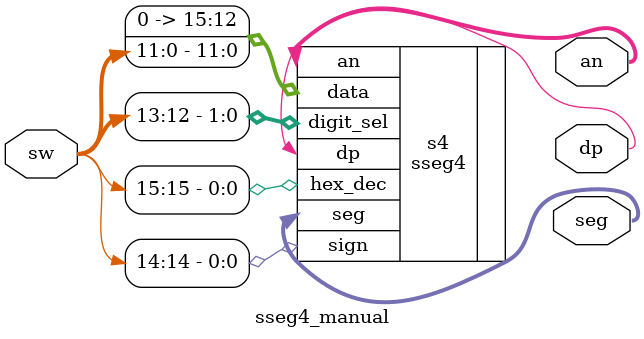
<source format=sv>
`timescale 1ns / 1ps


module sseg4_manual(
    input [15:0] sw,
    output [6:0] seg,
    output dp,
    output [3:0] an
    );
    
    sseg4 s4(
     .data({4'b0000, sw[11:0]}),
     .hex_dec(sw[15]),
     .sign(sw[14]),
     .digit_sel(sw[13:12]),
     .seg(seg),
     .dp(dp),
     .an(an)
    ); 
endmodule

</source>
